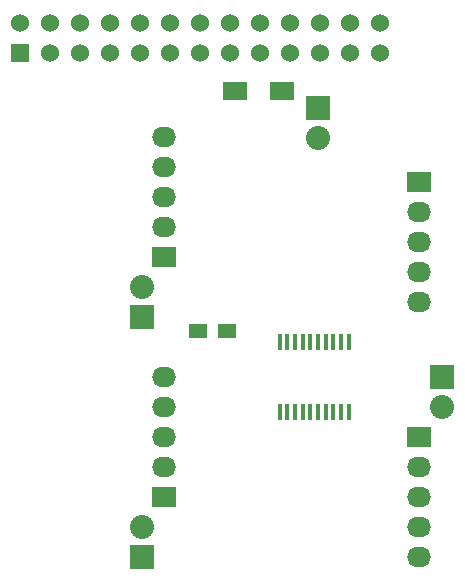
<source format=gts>
G04 #@! TF.FileFunction,Soldermask,Top*
%FSLAX46Y46*%
G04 Gerber Fmt 4.6, Leading zero omitted, Abs format (unit mm)*
G04 Created by KiCad (PCBNEW (after 2015-mar-04 BZR unknown)-product) date 12/16/2015 7:13:12 PM*
%MOMM*%
G01*
G04 APERTURE LIST*
%ADD10C,0.150000*%
%ADD11R,1.524000X1.524000*%
%ADD12C,1.524000*%
%ADD13R,0.450000X1.450000*%
%ADD14R,2.032000X1.727200*%
%ADD15O,2.032000X1.727200*%
%ADD16R,2.000000X1.600000*%
%ADD17R,1.500000X1.250000*%
%ADD18R,2.032000X2.032000*%
%ADD19O,2.032000X2.032000*%
G04 APERTURE END LIST*
D10*
D11*
X1760000Y-4270000D03*
D12*
X1760000Y-1730000D03*
X4300000Y-4270000D03*
X4300000Y-1730000D03*
X6840000Y-4270000D03*
X6840000Y-1730000D03*
X9380000Y-4270000D03*
X9380000Y-1730000D03*
X11920000Y-4270000D03*
X11920000Y-1730000D03*
X14460000Y-4270000D03*
X14460000Y-1730000D03*
X17000000Y-4270000D03*
X17000000Y-1730000D03*
X19540000Y-4270000D03*
X19540000Y-1730000D03*
X22080000Y-4270000D03*
X22080000Y-1730000D03*
X24620000Y-4270000D03*
X24620000Y-1730000D03*
X27160000Y-4270000D03*
X27160000Y-1730000D03*
X29700000Y-4270000D03*
X29700000Y-1730000D03*
X32240000Y-4270000D03*
X32240000Y-1730000D03*
D13*
X23745000Y-34700000D03*
X24395000Y-34700000D03*
X25045000Y-34700000D03*
X25695000Y-34700000D03*
X26345000Y-34700000D03*
X26995000Y-34700000D03*
X27645000Y-34700000D03*
X28295000Y-34700000D03*
X28945000Y-34700000D03*
X29595000Y-34700000D03*
X29595000Y-28800000D03*
X28945000Y-28800000D03*
X28295000Y-28800000D03*
X27645000Y-28800000D03*
X26995000Y-28800000D03*
X26345000Y-28800000D03*
X25695000Y-28800000D03*
X25045000Y-28800000D03*
X24395000Y-28800000D03*
X23745000Y-28800000D03*
D14*
X13970000Y-41910000D03*
D15*
X13970000Y-39370000D03*
X13970000Y-36830000D03*
X13970000Y-34290000D03*
X13970000Y-31750000D03*
D14*
X35560000Y-36830000D03*
D15*
X35560000Y-39370000D03*
X35560000Y-41910000D03*
X35560000Y-44450000D03*
X35560000Y-46990000D03*
D14*
X35560000Y-15240000D03*
D15*
X35560000Y-17780000D03*
X35560000Y-20320000D03*
X35560000Y-22860000D03*
X35560000Y-25400000D03*
D14*
X13970000Y-21590000D03*
D15*
X13970000Y-19050000D03*
X13970000Y-16510000D03*
X13970000Y-13970000D03*
X13970000Y-11430000D03*
D16*
X23971000Y-7493000D03*
X19971000Y-7493000D03*
D17*
X19284000Y-27813000D03*
X16784000Y-27813000D03*
D18*
X12065000Y-46990000D03*
D19*
X12065000Y-44450000D03*
D18*
X37465000Y-31750000D03*
D19*
X37465000Y-34290000D03*
D18*
X27000000Y-9000000D03*
D19*
X27000000Y-11540000D03*
D18*
X12065000Y-26670000D03*
D19*
X12065000Y-24130000D03*
M02*

</source>
